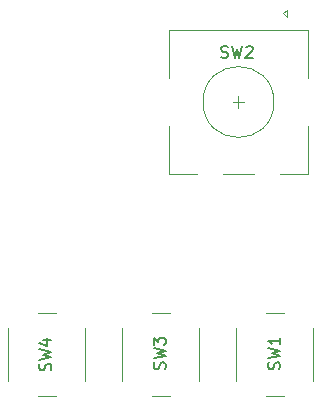
<source format=gbr>
G04 #@! TF.FileFunction,Legend,Top*
%FSLAX46Y46*%
G04 Gerber Fmt 4.6, Leading zero omitted, Abs format (unit mm)*
G04 Created by KiCad (PCBNEW 4.0.7) date 10/27/19 20:26:11*
%MOMM*%
%LPD*%
G01*
G04 APERTURE LIST*
%ADD10C,0.100000*%
%ADD11C,0.120000*%
%ADD12C,0.150000*%
G04 APERTURE END LIST*
D10*
D11*
X136336400Y-62270400D02*
X136336400Y-63270400D01*
X136836400Y-62770400D02*
X135836400Y-62770400D01*
X132836400Y-68870400D02*
X130436400Y-68870400D01*
X137636400Y-68870400D02*
X135036400Y-68870400D01*
X142236400Y-68870400D02*
X139836400Y-68870400D01*
X140436400Y-55570400D02*
X140136400Y-55270400D01*
X140436400Y-54970400D02*
X140436400Y-55570400D01*
X140136400Y-55270400D02*
X140436400Y-54970400D01*
X142236400Y-56670400D02*
X130436400Y-56670400D01*
X142236400Y-60770400D02*
X142236400Y-56670400D01*
X130436400Y-60770400D02*
X130436400Y-56670400D01*
X130436400Y-68870400D02*
X130436400Y-64770400D01*
X142236400Y-64770400D02*
X142236400Y-68870400D01*
X139336400Y-62770400D02*
G75*
G03X139336400Y-62770400I-3000000J0D01*
G01*
X142660000Y-86376000D02*
X142660000Y-81876000D01*
X138660000Y-87626000D02*
X140160000Y-87626000D01*
X136160000Y-81876000D02*
X136160000Y-86376000D01*
X140160000Y-80626000D02*
X138660000Y-80626000D01*
X133008000Y-86376000D02*
X133008000Y-81876000D01*
X129008000Y-87626000D02*
X130508000Y-87626000D01*
X126508000Y-81876000D02*
X126508000Y-86376000D01*
X130508000Y-80626000D02*
X129008000Y-80626000D01*
X123356000Y-86376000D02*
X123356000Y-81876000D01*
X119356000Y-87626000D02*
X120856000Y-87626000D01*
X116856000Y-81876000D02*
X116856000Y-86376000D01*
X120856000Y-80626000D02*
X119356000Y-80626000D01*
D12*
X134878067Y-58980162D02*
X135020924Y-59027781D01*
X135259020Y-59027781D01*
X135354258Y-58980162D01*
X135401877Y-58932543D01*
X135449496Y-58837305D01*
X135449496Y-58742067D01*
X135401877Y-58646829D01*
X135354258Y-58599210D01*
X135259020Y-58551590D01*
X135068543Y-58503971D01*
X134973305Y-58456352D01*
X134925686Y-58408733D01*
X134878067Y-58313495D01*
X134878067Y-58218257D01*
X134925686Y-58123019D01*
X134973305Y-58075400D01*
X135068543Y-58027781D01*
X135306639Y-58027781D01*
X135449496Y-58075400D01*
X135782829Y-58027781D02*
X136020924Y-59027781D01*
X136211401Y-58313495D01*
X136401877Y-59027781D01*
X136639972Y-58027781D01*
X136973305Y-58123019D02*
X137020924Y-58075400D01*
X137116162Y-58027781D01*
X137354258Y-58027781D01*
X137449496Y-58075400D01*
X137497115Y-58123019D01*
X137544734Y-58218257D01*
X137544734Y-58313495D01*
X137497115Y-58456352D01*
X136925686Y-59027781D01*
X137544734Y-59027781D01*
X139809762Y-85379333D02*
X139857381Y-85236476D01*
X139857381Y-84998380D01*
X139809762Y-84903142D01*
X139762143Y-84855523D01*
X139666905Y-84807904D01*
X139571667Y-84807904D01*
X139476429Y-84855523D01*
X139428810Y-84903142D01*
X139381190Y-84998380D01*
X139333571Y-85188857D01*
X139285952Y-85284095D01*
X139238333Y-85331714D01*
X139143095Y-85379333D01*
X139047857Y-85379333D01*
X138952619Y-85331714D01*
X138905000Y-85284095D01*
X138857381Y-85188857D01*
X138857381Y-84950761D01*
X138905000Y-84807904D01*
X138857381Y-84474571D02*
X139857381Y-84236476D01*
X139143095Y-84045999D01*
X139857381Y-83855523D01*
X138857381Y-83617428D01*
X139857381Y-82712666D02*
X139857381Y-83284095D01*
X139857381Y-82998381D02*
X138857381Y-82998381D01*
X139000238Y-83093619D01*
X139095476Y-83188857D01*
X139143095Y-83284095D01*
X130117762Y-85379333D02*
X130165381Y-85236476D01*
X130165381Y-84998380D01*
X130117762Y-84903142D01*
X130070143Y-84855523D01*
X129974905Y-84807904D01*
X129879667Y-84807904D01*
X129784429Y-84855523D01*
X129736810Y-84903142D01*
X129689190Y-84998380D01*
X129641571Y-85188857D01*
X129593952Y-85284095D01*
X129546333Y-85331714D01*
X129451095Y-85379333D01*
X129355857Y-85379333D01*
X129260619Y-85331714D01*
X129213000Y-85284095D01*
X129165381Y-85188857D01*
X129165381Y-84950761D01*
X129213000Y-84807904D01*
X129165381Y-84474571D02*
X130165381Y-84236476D01*
X129451095Y-84045999D01*
X130165381Y-83855523D01*
X129165381Y-83617428D01*
X129165381Y-83331714D02*
X129165381Y-82712666D01*
X129546333Y-83046000D01*
X129546333Y-82903142D01*
X129593952Y-82807904D01*
X129641571Y-82760285D01*
X129736810Y-82712666D01*
X129974905Y-82712666D01*
X130070143Y-82760285D01*
X130117762Y-82807904D01*
X130165381Y-82903142D01*
X130165381Y-83188857D01*
X130117762Y-83284095D01*
X130070143Y-83331714D01*
X120425762Y-85479333D02*
X120473381Y-85336476D01*
X120473381Y-85098380D01*
X120425762Y-85003142D01*
X120378143Y-84955523D01*
X120282905Y-84907904D01*
X120187667Y-84907904D01*
X120092429Y-84955523D01*
X120044810Y-85003142D01*
X119997190Y-85098380D01*
X119949571Y-85288857D01*
X119901952Y-85384095D01*
X119854333Y-85431714D01*
X119759095Y-85479333D01*
X119663857Y-85479333D01*
X119568619Y-85431714D01*
X119521000Y-85384095D01*
X119473381Y-85288857D01*
X119473381Y-85050761D01*
X119521000Y-84907904D01*
X119473381Y-84574571D02*
X120473381Y-84336476D01*
X119759095Y-84145999D01*
X120473381Y-83955523D01*
X119473381Y-83717428D01*
X119806714Y-82907904D02*
X120473381Y-82907904D01*
X119425762Y-83146000D02*
X120140048Y-83384095D01*
X120140048Y-82765047D01*
M02*

</source>
